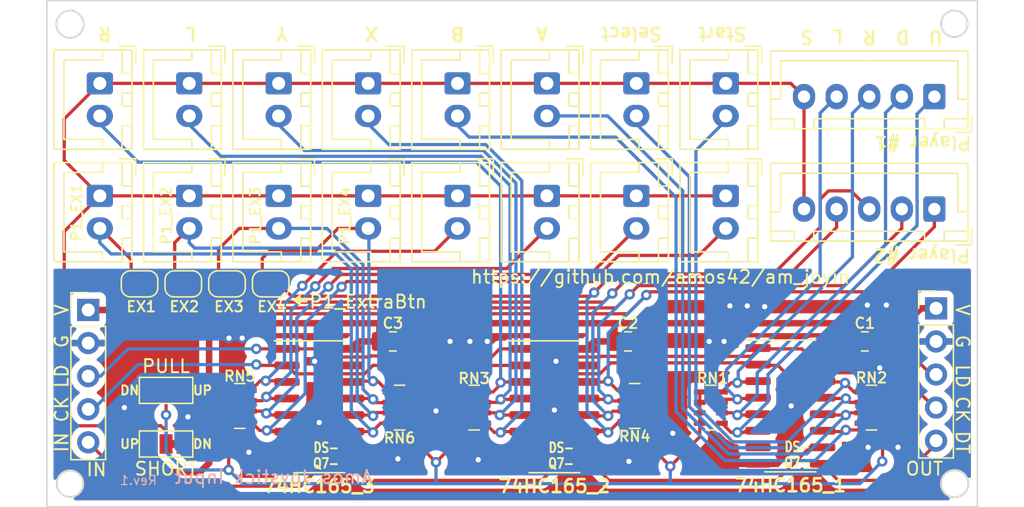
<source format=kicad_pcb>
(kicad_pcb (version 20221018) (generator pcbnew)
  (title_block (title "Joystick Input (JST Ver)") (rev "1") (company "Amos Home"))
  (layers (0 "F.Cu" signal) (31 "B.Cu" signal) (34 "B.Paste" user) (35 "F.Paste" user) (36 "B.SilkS" user "B.Silkscreen") (37 "F.SilkS" user "F.Silkscreen") (38 "B.Mask" user) (39 "F.Mask" user) (44 "Edge.Cuts" user))
  (net 0 "")
  (net 1 "/PULL")
  (net 2 "VCC")
  (net 3 "GND")
  (net 4 "/D_IN")
  (net 5 "/D_OUT")
  (net 6 "/LOAD")
  (net 7 "/CLK")
  (net 8 "/C_P1_START")
  (net 9 "/C_P1_SELECT")
  (net 10 "/C_P1_A")
  (net 11 "/C_P1_B")
  (net 12 "/C_P1_UP")
  (net 13 "/C_P1_DOWN")
  (net 14 "/C_P1_LEFT")
  (net 15 "/C_P1_RIGHT")
  (net 16 "/C_P1_X")
  (net 17 "/C_P1_Y")
  (net 18 "/C_P1_L")
  (net 19 "/C_P1_R")
  (net 20 "/C_P2_START")
  (net 21 "/C_P2_SELECT")
  (net 22 "/C_P2_A")
  (net 23 "/C_P2_B")
  (net 24 "/C_P2_UP")
  (net 25 "/C_P2_DOWN")
  (net 26 "/C_P2_LEFT")
  (net 27 "/C_P2_RIGHT")
  (net 28 "/C_P2_X")
  (net 29 "/C_P2_Y")
  (net 30 "/C_P2_L")
  (net 31 "/C_P2_R")
  (net 32 "/C_SHORT")
  (net 33 "/D_OUT_2")
  (net 34 "/D_OUT_3")
  (footprint "Connector_PinHeader_2.54mm:PinHeader_1x05_P2.54mm_Vertical" (layer "F.Cu") (at 185.1914 101.3968)
    (fp_text reference "OUT1" hide)
    (fp_text value "Conn_01x05_Male")
  )
  (footprint "Resistor_SMD:R_Array_Concave_4x0603" (layer "F.Cu") (at 180.2384 109.0168 180)
    (fp_text reference "RN2")
    (fp_text value "10K")
  )
  (footprint "Resistor_SMD:R_Array_Concave_4x0603" (layer "F.Cu") (at 167.9194 109.0168)
    (fp_text reference "RN1")
    (fp_text value "10K")
  )
  (footprint "Resistor_SMD:R_Array_Concave_4x0603" (layer "F.Cu") (at 162.0774 108.8898 180)
    (fp_text reference "RN4")
    (fp_text value "10K")
  )
  (footprint "Resistor_SMD:R_Array_Concave_4x0603" (layer "F.Cu") (at 131.7879 108.8898)
    (fp_text reference "RN5")
    (fp_text value "10K")
  )
  (footprint "Resistor_SMD:R_Array_Concave_4x0603" (layer "F.Cu") (at 144.0434 109.0168 180)
    (fp_text reference "RN6")
    (fp_text value "10K")
  )
  (footprint "Resistor_SMD:R_Array_Concave_4x0603" (layer "F.Cu") (at 149.7584 109.0168)
    (fp_text reference "RN3")
    (fp_text value "10K")
  )
  (footprint "Capacitor_SMD:C_0805_2012Metric_Pad1.18x1.45mm_HandSolder" (layer "F.Cu") (at 179.7304 103.9368)
    (fp_text reference "C1")
    (fp_text value "100nF")
  )
  (footprint "Package_SO:SOIC-16_3.9x9.9mm_P1.27mm" (layer "F.Cu") (at 174.0154 108.8898)
    (fp_text reference "74HC165_1")
    (fp_text value "74HC165")
  )
  (footprint "Package_SO:SOIC-16_3.9x9.9mm_P1.27mm" (layer "F.Cu") (at 155.9179 108.9533)
    (fp_text reference "74HC165_2")
    (fp_text value "74HC165")
  )
  (footprint "Package_SO:SOIC-16_3.9x9.9mm_P1.27mm" (layer "F.Cu") (at 137.8839 108.9533)
    (fp_text reference "74HC165_3")
    (fp_text value "74HC165")
  )
  (footprint "Capacitor_SMD:C_0805_2012Metric_Pad1.18x1.45mm_HandSolder" (layer "F.Cu") (at 161.5694 103.9368)
    (fp_text reference "C2")
    (fp_text value "100nF")
  )
  (footprint "Capacitor_SMD:C_0805_2012Metric_Pad1.18x1.45mm_HandSolder" (layer "F.Cu") (at 143.5354 103.9368)
    (fp_text reference "C3")
    (fp_text value "100nF")
  )
  (footprint "Connector_JST:JST_XH_B2B-XH-A_1x02_P2.50mm_Vertical" (layer "F.Cu") (at 169.0624 92.7608 -90)
    (fp_text reference "J22" hide)
    (fp_text value "Conn_01x02")
  )
  (footprint "Connector_JST:JST_XH_B2B-XH-A_1x02_P2.50mm_Vertical" (layer "F.Cu") (at 162.2044 92.7608 -90)
    (fp_text reference "J23" hide)
    (fp_text value "Conn_01x02")
  )
  (footprint "Connector_JST:JST_XH_B2B-XH-A_1x02_P2.50mm_Vertical" (layer "F.Cu") (at 155.3464 92.7608 -90)
    (fp_text reference "J24" hide)
    (fp_text value "Conn_01x02")
  )
  (footprint "Connector_JST:JST_XH_B2B-XH-A_1x02_P2.50mm_Vertical" (layer "F.Cu") (at 148.4884 92.7608 -90)
    (fp_text reference "J25" hide)
    (fp_text value "Conn_01x02")
  )
  (footprint "Connector_JST:JST_XH_B2B-XH-A_1x02_P2.50mm_Vertical" (layer "F.Cu") (at 141.6304 92.7608 -90)
    (fp_text reference "J26" hide)
    (fp_text value "Conn_01x02")
  )
  (footprint "Connector_JST:JST_XH_B2B-XH-A_1x02_P2.50mm_Vertical" (layer "F.Cu") (at 134.7724 92.7608 -90)
    (fp_text reference "J27" hide)
    (fp_text value "Conn_01x02")
  )
  (footprint "Connector_JST:JST_XH_B2B-XH-A_1x02_P2.50mm_Vertical" (layer "F.Cu") (at 127.9144 92.7608 -90)
    (fp_text reference "J28" hide)
    (fp_text value "Conn_01x02")
  )
  (footprint "Connector_JST:JST_XH_B2B-XH-A_1x02_P2.50mm_Vertical" (layer "F.Cu") (at 121.0564 92.7608 -90)
    (fp_text reference "J29" hide)
    (fp_text value "Conn_01x02")
  )
  (footprint "Connector_JST:JST_XH_B2B-XH-A_1x02_P2.50mm_Vertical" (layer "F.Cu") (at 141.6304 84.1248 -90)
    (fp_text reference "J16" hide)
    (fp_text value "Conn_01x02")
  )
  (footprint "Connector_JST:JST_XH_B2B-XH-A_1x02_P2.50mm_Vertical" (layer "F.Cu") (at 148.4884 84.1248 -90)
    (fp_text reference "J15" hide)
    (fp_text value "Conn_01x02")
  )
  (footprint "Connector_JST:JST_XH_B2B-XH-A_1x02_P2.50mm_Vertical" (layer "F.Cu") (at 155.3464 84.1248 -90)
    (fp_text reference "J14" hide)
    (fp_text value "Conn_01x02")
  )
  (footprint "Connector_JST:JST_XH_B2B-XH-A_1x02_P2.50mm_Vertical" (layer "F.Cu") (at 127.9144 84.1248 -90)
    (fp_text reference "J18" hide)
    (fp_text value "Conn_01x02")
  )
  (footprint "Connector_JST:JST_XH_B2B-XH-A_1x02_P2.50mm_Vertical" (layer "F.Cu") (at 121.0564 84.1248 -90)
    (fp_text reference "J19" hide)
    (fp_text value "Conn_01x02")
  )
  (footprint "Connector_JST:JST_XH_B2B-XH-A_1x02_P2.50mm_Vertical" (layer "F.Cu") (at 134.7724 84.1248 -90)
    (fp_text reference "J17" hide)
    (fp_text value "Conn_01x02")
  )
  (footprint "Connector_JST:JST_XH_B2B-XH-A_1x02_P2.50mm_Vertical" (layer "F.Cu") (at 162.2044 84.1248 -90)
    (fp_text reference "J13" hide)
    (fp_text value "Conn_01x02")
  )
  (footprint "Connector_JST:JST_XH_B5B-XH-A_1x05_P2.50mm_Vertical" (layer "F.Cu") (at 185.0644 85.1408 180)
    (fp_text reference "J11" hide)
    (fp_text value "Conn_01x05")
  )
  (footprint "Connector_JST:JST_XH_B2B-XH-A_1x02_P2.50mm_Vertical" (layer "F.Cu") (at 169.0624 84.1248 -90)
    (fp_text reference "J12" hide)
    (fp_text value "Conn_01x02")
  )
  (footprint "Connector_JST:JST_XH_B5B-XH-A_1x05_P2.50mm_Vertical" (layer "F.Cu") (at 185.0644 93.7768 180)
    (fp_text reference "J21" hide)
    (fp_text value "Conn_01x05")
  )
  (footprint "Connector_PinHeader_2.54mm:PinHeader_1x05_P2.54mm_Vertical" (layer "F.Cu") (at 120.1674 101.5238)
    (fp_text reference "IN1" hide)
    (fp_text value "Conn_01x05_Male")
  )
  (footprint "Jumper:SolderJumper-3_P1.3mm_Bridged12_Pad1.0x1.5mm_NumberLabels" (layer "F.Cu") (at 126.1364 111.8108 180)
    (fp_text reference "JP2" hide)
    (fp_text value "JUMPER")
  )
  (footprint "Jumper:SolderJumper-3_P1.3mm_Bridged12_Pad1.0x1.5mm_NumberLabels" (layer "F.Cu") (at 126.1364 107.696 180)
    (fp_text reference "JP1" hide)
    (fp_text value "JUMPER")
  )
  (footprint "Jumper:SolderJumper-2_P1.3mm_Bridged_RoundedPad1.0x1.5mm" (layer "F.Cu") (at 130.81 99.5172)
    (fp_text reference "JP5" hide)
    (fp_text value "Conn_01x02")
  )
  (footprint "Jumper:SolderJumper-2_P1.3mm_Bridged_RoundedPad1.0x1.5mm" (layer "F.Cu") (at 134.1628 99.5172)
    (fp_text reference "JP6" hide)
    (fp_text value "Conn_01x02")
  )
  (footprint "Jumper:SolderJumper-2_P1.3mm_Bridged_RoundedPad1.0x1.5mm" (layer "F.Cu") (at 127.4572 99.5172)
    (fp_text reference "JP4" hide)
    (fp_text value "Conn_01x02")
  )
  (footprint "Jumper:SolderJumper-2_P1.3mm_Bridged_RoundedPad1.0x1.5mm" (layer "F.Cu") (at 124.1044 99.5172)
    (fp_text reference "JP3" hide)
    (fp_text value "Conn_01x02")
  )
  (gr_poly (pts (xy 136.4234 100.6348) (xy 136.9314 100.6348) (xy 136.9314 100.8888) (xy 136.4234 100.8888) (xy 136.4234 101.1428) (xy 135.9154 100.7618) (xy 136.4234 100.3808)) (stroke (width 0.1)) (fill solid) (layer "F.SilkS"))
  (gr_line (start 116.9924 77.7748) (end 188.3664 77.7748) (stroke (width 0.1)) (layer "Edge.Cuts"))
  (gr_circle (center 118.7704 79.584069) (end 119.817669 79.584069) (stroke (width 0.15)) (fill none) (layer "Edge.Cuts"))
  (gr_circle (center 186.619669 114.8588) (end 187.666938 114.8588) (stroke (width 0.15)) (fill none) (layer "Edge.Cuts"))
  (gr_line (start 116.9924 116.6368) (end 116.9924 77.7748) (stroke (width 0.1)) (layer "Edge.Cuts"))
  (gr_line (start 188.3664 77.7748) (end 188.3664 116.6368) (stroke (width 0.1)) (layer "Edge.Cuts"))
  (gr_circle (center 118.7704 114.8588) (end 119.7864 114.8588) (stroke (width 0.15)) (fill none) (layer "Edge.Cuts"))
  (gr_circle (center 186.5884 79.5528) (end 187.6044 79.5528) (stroke (width 0.15)) (fill none) (layer "Edge.Cuts"))
  (gr_line (start 188.3664 116.6368) (end 116.9924 116.6368) (stroke (width 0.1)) (layer "Edge.Cuts"))
  (gr_text "Rev.1" (at 125.5014 114.6048) (layer "B.SilkS") (effects (font (size 0.7 0.7) (thickness 0.1)) (justify left mirror)))
  (gr_text "Amos Joystick Input" (at 134.3914 114.3508) (layer "B.SilkS") (effects (font (size 1 1)) (justify mirror)))
  (gr_text "A" (at 154.9654 80.3148 180) (layer "F.SilkS") (effects (font (size 1 1) (thickness 0.2))))
  (gr_text "R" (at 121.4374 80.3148 180) (layer "F.SilkS") (effects (font (size 1 1) (thickness 0.2))))
  (gr_text "U  D  R  L  S" (at 180.2384 80.5688 180) (layer "F.SilkS") (effects (font (size 1 1) (thickness 0.2))))
  (gr_text "Player #2" (at 187.9219 97.3328 180) (layer "F.SilkS") (effects (font (size 1 1) (thickness 0.2)) (justify left)))
  (gr_text "EX3" (at 130.9624 101.2698) (layer "F.SilkS") (effects (font (size 0.8 0.8))))
  (gr_text "EX4" (at 134.2644 101.2698) (layer "F.SilkS") (effects (font (size 0.8 0.8))))
  (gr_text "DT" (at 187.2234 111.6838 270) (layer "F.SilkS") (effects (font (size 1 1))))
  (gr_text "CK" (at 187.2234 109.1438 270) (layer "F.SilkS") (effects (font (size 1 1))))
  (gr_text "V" (at 187.2234 101.5238 270) (layer "F.SilkS") (effects (font (size 1 1))))
  (gr_text "LD" (at 187.2234 106.6038 270) (layer "F.SilkS") (effects (font (size 1 1))))
  (gr_text "G" (at 187.2234 103.9368 270) (layer "F.SilkS") (effects (font (size 1 1))))
  (gr_text "G" (at 118.1354 103.9368 90) (layer "F.SilkS") (effects (font (size 1 1))))
  (gr_text "LD" (at 118.1354 106.6038 90) (layer "F.SilkS") (effects (font (size 1 1))))
  (gr_text "V" (at 118.1354 101.5238 90) (layer "F.SilkS") (effects (font (size 1 1))))
  (gr_text "CK" (at 118.1354 109.1438 90) (layer "F.SilkS") (effects (font (size 1 1))))
  (gr_text "IN" (at 118.1354 111.6838 90) (layer "F.SilkS") (effects (font (size 1 1))))
  (gr_text "Player #1" (at 187.9854 88.6968 180) (layer "F.SilkS") (effects (font (size 1 1) (thickness 0.2)) (justify left)))
  (gr_text "DS-\nQ7-" (at 157.5054 112.6998) (layer "F.SilkS") (effects (font (size 0.75 0.6)) (justify right)))
  (gr_text "DS-\nQ7-" (at 175.6029 112.6363) (layer "F.SilkS") (effects (font (size 0.75 0.6)) (justify right)))
  (gr_text "P1_EX4" (at 139.8524 94.2848 90) (layer "F.SilkS") (effects (font (size 0.8 0.8))))
  (gr_text "P1_EX2" (at 126.1364 94.2848 90) (layer "F.SilkS") (effects (font (size 0.8 0.8))))
  (gr_text "Select" (at 161.8234 80.3148 180) (layer "F.SilkS") (effects (font (size 1 1) (thickness 0.2))))
  (gr_text "B" (at 148.4884 80.3148 180) (layer "F.SilkS") (effects (font (size 1 1) (thickness 0.2))))
  (gr_text "P1_ExtraBtn" (at 141.6304 100.8888) (layer "F.SilkS") (effects (font (size 1 1))))
  (gr_text "DS-\nQ7-" (at 139.4714 112.6998) (layer "F.SilkS") (effects (font (size 0.75 0.6)) (justify right)))
  (gr_text "P1_EX3" (at 132.9944 94.2848 90) (layer "F.SilkS") (effects (font (size 0.8 0.8))))
  (gr_text "EX1" (at 124.2314 101.2698) (layer "F.SilkS") (effects (font (size 0.8 0.8))))
  (gr_text "PULL" (at 126.1364 105.8418) (layer "F.SilkS") (effects (font (size 1 1))))
  (gr_text "X" (at 141.8844 80.3148 180) (layer "F.SilkS") (effects (font (size 1 1) (thickness 0.2))))
  (gr_text "https://github.com/amos42/am_joyin" (at 149.4282 99.568) (layer "F.SilkS") (effects (font (size 1 1)) (justify left bottom)))
  (gr_text "L" (at 128.0414 80.3148 180) (layer "F.SilkS") (effects (font (size 1 1) (thickness 0.2))))
  (gr_text "P1_EX1" (at 119.2784 94.0308 90) (layer "F.SilkS") (effects (font (size 0.8 0.8))))
  (gr_text "SHORT" (at 126.1364 113.7158) (layer "F.SilkS") (effects (font (size 1 1))))
  (gr_text "Start" (at 168.8084 80.3148 180) (layer "F.SilkS") (effects (font (size 1 1) (thickness 0.2))))
  (gr_text "EX2" (at 127.5334 101.2698) (layer "F.SilkS") (effects (font (size 0.8 0.8))))
  (gr_text "OUT" (at 184.3024 113.7158) (layer "F.SilkS") (effects (font (size 1 1))))
  (gr_text "IN" (at 120.8024 113.7793) (layer "F.SilkS") (effects (font (size 1 1))))
  (gr_text "Y" (at 135.0264 80.3148 180) (layer "F.SilkS") (effects (font (size 1 1) (thickness 0.2))))
  (segment (start 126.1364 109.5756) (end 126.1364 107.7468) (width 0.25) (layer "F.Cu") (net 1))
  (segment (start 148.9084 110.2168) (end 148.9084 111.1368) (width 0.25) (layer "F.Cu") (net 1))
  (segment (start 162.9274 107.6898) (end 162.9274 111.644798) (width 0.25) (layer "F.Cu") (net 1))
  (segment (start 148.9084 110.2168) (end 148.9084 107.8168) (width 0.25) (layer "F.Cu") (net 1))
  (segment (start 144.8934 111.263798) (end 146.837401 113.207799) (width 0.25) (layer "F.Cu") (net 1))
  (segment (start 167.0694 111.263782) (end 164.807892 113.52529) (width 0.25) (layer "F.Cu") (net 1))
  (segment (start 181.0884 107.8168) (end 181.0884 113.119785) (width 0.25) (layer "F.Cu") (net 1))
  (segment (start 130.9379 107.6898) (end 130.9379 113.803788) (width 0.25) (layer "F.Cu") (net 1))
  (segment (start 148.9084 111.1368) (end 146.837401 113.207799) (width 0.25) (layer "F.Cu") (net 1))
  (segment (start 144.8934 107.8168) (end 144.8934 111.263798) (width 0.25) (layer "F.Cu") (net 1))
  (segment (start 181.0884 113.119785) (end 181.063894 113.144291) (width 0.25) (layer "F.Cu") (net 1))
  (segment (start 130.9379 113.803788) (end 130.937906 113.803794) (width 0.25) (layer "F.Cu") (net 1))
  (segment (start 162.9274 111.644798) (end 164.807892 113.52529) (width 0.25) (layer "F.Cu") (net 1))
  (segment (start 167.0694 110.2168) (end 167.0694 107.8168) (width 0.25) (layer "F.Cu") (net 1))
  (segment (start 167.0694 110.2168) (end 167.0694 111.263782) (width 0.25) (layer "F.Cu") (net 1))
  (via (at 126.1364 109.5756) (size 0.8) (drill 0.4) (layers "F.Cu" "B.Cu") (net 1))
  (via (at 181.063894 113.144291) (size 0.8) (drill 0.4) (layers "F.Cu" "B.Cu") (net 1))
  (via (at 130.937906 113.803794) (size 0.8) (drill 0.4) (layers "F.Cu" "B.Cu") (net 1))
  (via (at 146.837401 113.207799) (size 0.8) (drill 0.4) (layers "F.Cu" "B.Cu") (net 1))
  (via (at 164.807892 113.52529) (size 0.8) (drill 0.4) (layers "F.Cu" "B.Cu") (net 1))
  (segment (start 171.6024 114.8588) (end 164.8714 114.8588) (width 0.25) (layer "B.Cu") (net 1))
  (segment (start 146.8374 113.2078) (end 146.837401 113.207799) (width 0.25) (layer "B.Cu") (net 1))
  (segment (start 179.349385 114.8588) (end 181.063894 113.144291) (width 0.25) (layer "B.Cu") (net 1))
  (segment (start 126.1364 109.5756) (end 126.1364 112.4458) (width 0.25) (layer "B.Cu") (net 1))
  (segment (start 131.992912 114.8588) (end 130.937906 113.803794) (width 0.25) (layer "B.Cu") (net 1))
  (segment (start 127.494394 113.803794) (end 130.937906 113.803794) (width 0.25) (layer "B.Cu") (net 1))
  (segment (start 171.6024 114.8588) (end 131.992912 114.8588) (width 0.25) (layer "B.Cu") (net 1))
  (segment (start 126.1364 112.4458) (end 127.494394 113.803794) (width 0.25) (layer "B.Cu") (net 1))
  (segment (start 171.6024 114.8588) (end 179.349385 114.8588) (width 0.25) (layer "B.Cu") (net 1))
  (segment (start 146.8374 114.8588) (end 146.8374 113.2078) (width 0.25) (layer "B.Cu") (net 1))
  (segment (start 164.807892 114.795292) (end 164.807892 113.52529) (width 0.25) (layer "B.Cu") (net 1))
  (segment (start 164.8714 114.8588) (end 164.807892 114.795292) (width 0.25) (layer "B.Cu") (net 1))
  (segment (start 124.8364 113.0608) (end 125.7454 113.9698) (width 0.5) (layer "F.Cu") (net 2))
  (segment (start 129.4384 113.2713) (end 129.4384 107.7468) (width 0.5) (layer "F.Cu") (net 2))
  (segment (start 178.7144 102.5398) (end 182.9054 102.5398) (width 0.5) (layer "F.Cu") (net 2))
  (segment (start 142.4979 103.9368) (end 142.4979 102.5818) (width 0.5) (layer "F.Cu") (net 2))
  (segment (start 140.3589 104.4463) (end 140.8684 103.9368) (width 0.5) (layer "F.Cu") (net 2))
  (segment (start 129.3241 107.696) (end 129.3749 107.7468) (width 0.5) (layer "F.Cu") (net 2))
  (segment (start 178.6929 102.6883) (end 178.7144 102.6668) (width 0.5) (layer "F.Cu") (net 2))
  (segment (start 140.8684 103.9368) (end 142.4979 103.9368) (width 0.5) (layer "F.Cu") (net 2))
  (segment (start 178.6929 103.9368) (end 177.1254 103.9368) (width 0.5) (layer "F.Cu") (net 2))
  (segment (start 128.7399 113.9698) (end 129.4384 113.2713) (width 0.5) (layer "F.Cu") (net 2))
  (segment (start 177.1254 103.9368) (end 176.5539 104.5083) (width 0.5) (layer "F.Cu") (net 2))
  (segment (start 158.9644 103.9368) (end 160.5319 103.9368) (width 0.5) (layer "F.Cu") (net 2))
  (segment (start 176.4777 104.5083) (end 176.5539 104.5083) (width 0.5) (layer "F.Cu") (net 2))
  (segment (start 178.7144 102.6668) (end 178.7144 102.5398) (width 0.5) (layer "F.Cu") (net 2))
  (segment (start 120.1674 101.5238) (end 121.9454 101.5238) (width 0.5) (layer "F.Cu") (net 2))
  (segment (start 125.7454 113.9698) (end 128.7399 113.9698) (width 0.5) (layer "F.Cu") (net 2))
  (segment (start 124.8364 111.8108) (end 124.8364 113.0608) (width 0.5) (layer "F.Cu") (net 2))
  (segment (start 184.0484 101.3968) (end 185.1914 101.3968) (width 0.5) (layer "F.Cu") (net 2))
  (segment (start 182.9054 102.5398) (end 184.0484 101.3968) (width 0.5) (layer "F.Cu") (net 2))
  (segment (start 142.4979 102.5818) (end 142.4559 102.5398) (width 0.5) (layer "F.Cu") (net 2))
  (segment (start 160.5319 102.5613) (end 160.5319 103.9368) (width 0.5) (layer "F.Cu") (net 2))
  (segment (start 160.5534 102.5398) (end 160.5319 102.5613) (width 0.5) (layer "F.Cu") (net 2))
  (segment (start 129.4384 107.6833) (end 129.4384 102.5398) (width 0.5) (layer "F.Cu") (net 2))
  (segment (start 129.3749 107.7468) (end 129.4384 107.6833) (width 0.5) (layer "F.Cu") (net 2))
  (segment (start 158.3929 104.5083) (end 158.9644 103.9368) (width 0.5) (layer "F.Cu") (net 2))
  (segment (start 121.9454 101.5238) (end 122.9614 102.5398) (width 0.5) (layer "F.Cu") (net 2))
  (segment (start 122.9614 102.5398) (end 182.9054 102.5398) (width 0.5) (layer "F.Cu") (net 2))
  (segment (start 127.4364 107.696) (end 129.3241 107.696) (width 0.5) (layer "F.Cu") (net 2))
  (segment (start 140.3589 104.5083) (end 140.3589 104.4463) (width 0.5) (layer "F.Cu") (net 2))
  (segment (start 178.6929 103.9368) (end 178.6929 102.6883) (width 0.5) (layer "F.Cu") (net 2))
  (segment (start 129.4384 107.7468) (end 129.3749 107.7468) (width 0.5) (layer "F.Cu") (net 2))
  (segment (start 180.6194 105.7148) (end 180.8734 105.9688) (width 0.5) (layer "F.Cu") (net 3))
  (segment (start 137.84691 105.7783) (end 137.52941 105.4608) (width 0.5) (layer "F.Cu") (net 3))
  (segment (start 158.3929 105.7783) (end 156.3624 105.7783) (width 0.5) (layer "F.Cu") (net 3))
  (segment (start 176.4904 105.7148) (end 180.6194 105.7148) (width 0.5) (layer "F.Cu") (net 3))
  (segment (start 140.3589 105.7783) (end 137.84691 105.7783) (width 0.5) (layer "F.Cu") (net 3))
  (segment (start 156.3624 105.7783) (end 156.0449 105.4608) (width 0.5) (layer "F.Cu") (net 3))
  (via (at 179.9209 101.1428) (size 0.8) (drill 0.4) (layers "F.Cu" "B.Cu") (net 3))
  (via (at 161.6329 113.1443) (size 0.8) (drill 0.4) (layers "F.Cu" "B.Cu") (net 3))
  (via (at 150.7744 103.9368) (size 0.8) (drill 0.4) (layers "F.Cu" "B.Cu") (net 3))
  (via (at 131.9784 103.6828) (size 0.8) (drill 0.4) (layers "F.Cu" "B.Cu") (net 3))
  (via (at 167.7924 103.9368) (size 0.8) (drill 0.4) (layers "F.Cu" "B.Cu") (net 3))
  (via (at 174.0789 108.8898) (size 0.8) (drill 0.4) (layers "F.Cu" "B.Cu") (net 3))
  (via (at 156.0449 105.4608) (size 0.8) (drill 0.4) (layers "F.Cu" "B.Cu") (net 3))
  (via (at 155.9179 109.2073) (size 0.8) (drill 0.4) (layers "F.Cu" "B.Cu") (net 3))
  (via (at 146.8374 109.2708) (size 0.8) (drill 0.4) (layers "F.Cu" "B.Cu") (net 3))
  (via (at 172.0469 101.2698) (size 0.8) (drill 0.4) (layers "F.Cu" "B.Cu") (net 3))
  (via (at 168.9354 103.9368) (size 0.8) (drill 0.4) (layers "F.Cu" "B.Cu") (net 3))
  (via (at 169.3799 101.2063) (size 0.8) (drill 0.4) (layers "F.Cu" "B.Cu") (net 3))
  (via (at 143.9164 112.9538) (size 0.8) (drill 0.4) (layers "F.Cu" "B.Cu") (net 3))
  (via (at 132.4864 112.4458) (size 0.8) (drill 0.4) (layers "F.Cu" "B.Cu") (net 3))
  (via (at 150.0759 113.0173) (size 0.8) (drill 0.4) (layers "F.Cu" "B.Cu") (net 3))
  (via (at 180.8734 105.9688) (size 0.8) (drill 0.4) (layers "F.Cu" "B.Cu") (net 3))
  (via (at 182.2704 112.0648) (size 0.8) (drill 0.4) (layers "F.Cu" "B.Cu") (net 3))
  (via (at 127.8128 109.728) (size 0.8) (drill 0.4) (layers "F.Cu" "B.Cu") (net 3))
  (via (at 130.9624 103.6828) (size 0.8) (drill 0.4) (layers "F.Cu" "B.Cu") (net 3))
  (via (at 147.9169 103.9368) (size 0.8) (drill 0.4) (layers "F.Cu" "B.Cu") (net 3))
  (via (at 122.936 109.0168) (size 0.8) (drill 0.4) (layers "F.Cu" "B.Cu") (net 3))
  (via (at 164.9984 110.9853) (size 0.8) (drill 0.4) (layers "F.Cu" "B.Cu") (net 3))
  (via (at 170.7134 101.2063) (size 0.8) (drill 0.4) (layers "F.Cu" "B.Cu") (net 3))
  (via (at 137.8839 110.1598) (size 0.8) (drill 0.4) (layers "F.Cu" "B.Cu") (net 3))
  (via (at 149.4409 103.9368) (size 0.8) (drill 0.4) (layers "F.Cu" "B.Cu") (net 3))
  (via (at 137.52941 105.4608) (size 0.8) (drill 0.4) (layers "F.Cu" "B.Cu") (net 3))
  (via (at 181.3814 101.1428) (size 0.8) (drill 0.4) (layers "F.Cu" "B.Cu") (net 3))
  (via (at 179.9844 112.0648) (size 0.8) (drill 0.4) (layers "F.Cu" "B.Cu") (net 3))
  (segment (start 120.1674 111.6838) (end 123.5329 115.0493) (width 0.25) (layer "F.Cu") (net 4))
  (segment (start 139.3839 112.1283) (end 140.3589 112.1283) (width 0.25) (layer "F.Cu") (net 4))
  (segment (start 123.5329 115.0493) (end 136.4629 115.0493) (width 0.25) (layer "F.Cu") (net 4))
  (segment (start 136.4629 115.0493) (end 139.3839 112.1283) (width 0.25) (layer "F.Cu") (net 4))
  (segment (start 182.3974 114.6048) (end 185.1914 111.8108) (width 0.25) (layer "F.Cu") (net 5))
  (segment (start 177.6842 114.6048) (end 182.3974 114.6048) (width 0.25) (layer "F.Cu") (net 5))
  (segment (start 185.1914 111.8108) (end 185.1914 111.5568) (width 0.25) (layer "F.Cu") (net 5))
  (segment (start 176.2872 113.2078) (end 177.6842 114.6048) (width 0.25) (layer "F.Cu") (net 5))
  (segment (start 171.0324 105.0798) (end 171.6039 104.5083) (width 0.25) (layer "F.Cu") (net 6))
  (segment (start 141.772475 105.13331) (end 141.857998 105.047787) (width 0.25) (layer "F.Cu") (net 6))
  (segment (start 157.371142 105.13331) (end 159.414658 105.13331) (width 0.25) (layer "F.Cu") (net 6))
  (segment (start 152.3619 104.5083) (end 153.4429 104.5083) (width 0.25) (layer "F.Cu") (net 6))
  (segment (start 184.8104 106.4768) (end 185.1914 106.4768) (width 0.25) (layer "F.Cu") (net 6))
  (segment (start 174.907132 104.5083) (end 175.482142 105.08331) (width 0.25) (layer "F.Cu") (net 6))
  (segment (start 157.1244 105.0798) (end 157.317632 105.0798) (width 0.25) (layer "F.Cu") (net 6))
  (segment (start 159.414658 105.13331) (end 159.468168 105.0798) (width 0.25) (layer "F.Cu") (net 6))
  (segment (start 143.266325 105.13331) (end 151.10189 105.13331) (width 0.25) (layer "F.Cu") (net 6))
  (segment (start 139.14391 105.13331) (end 141.772475 105.13331) (width 0.25) (layer "F.Cu") (net 6))
  (segment (start 135.4089 104.5083) (end 138.5189 104.5083) (width 0.25) (layer "F.Cu") (net 6))
  (segment (start 138.5189 104.5083) (end 139.14391 105.13331) (width 0.25) (layer "F.Cu") (net 6))
  (segment (start 151.7269 104.5083) (end 152.3619 104.5083) (width 0.25) (layer "F.Cu") (net 6))
  (segment (start 151.10189 105.13331) (end 151.7269 104.5083) (width 0.25) (layer "F.Cu") (net 6))
  (segment (start 183.41691 105.08331) (end 184.8104 106.4768) (width 0.25) (layer "F.Cu") (net 6))
  (segment (start 175.482142 105.08331) (end 183.41691 105.08331) (width 0.25) (layer "F.Cu") (net 6))
  (segment (start 135.4089 104.5083) (end 133.0579 104.5083) (width 0.25) (layer "F.Cu") (net 6))
  (segment (start 157.317632 105.0798) (end 157.371142 105.13331) (width 0.25) (layer "F.Cu") (net 6))
  (segment (start 143.180802 105.047787) (end 143.266325 105.13331) (width 0.25) (layer "F.Cu") (net 6))
  (segment (start 153.4429 104.5083) (end 156.5529 104.5083) (width 0.25) (layer "F.Cu") (net 6))
  (segment (start 141.857998 105.047787) (end 143.180802 105.047787) (width 0.25) (layer "F.Cu") (net 6))
  (segment (start 171.6039 104.5083) (end 174.907132 104.5083) (width 0.25) (layer "F.Cu") (net 6))
  (segment (start 156.5529 104.5083) (end 157.1244 105.0798) (width 0.25) (layer "F.Cu") (net 6))
  (segment (start 159.468168 105.0798) (end 171.0324 105.0798) (width 0.25) (layer "F.Cu") (net 6))
  (via (at 133.0579 104.5083) (size 0.8) (drill 0.4) (layers "F.Cu" "B.Cu") (net 6))
  (segment (start 133.0579 104.5083) (end 123.208902 104.5083) (width 0.25) (layer "B.Cu") (net 6))
  (segment (start 121.113402 106.6038) (end 120.1674 106.6038) (width 0.25) (layer "B.Cu") (net 6))
  (segment (start 123.208902 104.5083) (end 121.113402 106.6038) (width 0.25) (layer "B.Cu") (net 6))
  (segment (start 133.1214 105.7783) (end 133.0579 105.7148) (width 0.25) (layer "F.Cu") (net 7))
  (segment (start 154.686 105.6894) (end 155.41989 106.42329) (width 0.25) (layer "F.Cu") (net 7))
  (segment (start 179.310908 106.33981) (end 179.765398 106.7943) (width 0.25) (layer "F.Cu") (net 7))
  (segment (start 135.4089 105.7783) (end 133.1214 105.7783) (width 0.25) (layer "F.Cu") (net 7))
  (segment (start 153.354 105.6894) (end 154.686 105.6894) (width 0.25) (layer "F.Cu") (net 7))
  (segment (start 179.765398 106.7943) (end 182.8419 106.7943) (width 0.25) (layer "F.Cu") (net 7))
  (segment (start 173.62441 106.33981) (end 179.310908 106.33981) (width 0.25) (layer "F.Cu") (net 7))
  (segment (start 141.360678 106.42329) (end 136.05389 106.42329) (width 0.25) (layer "F.Cu") (net 7))
  (segment (start 171.408921 105.583321) (end 171.6039 105.7783) (width 0.25) (layer "F.Cu") (net 7))
  (segment (start 153.4429 105.7783) (end 142.005668 105.7783) (width 0.25) (layer "F.Cu") (net 7))
  (segment (start 182.8419 106.7943) (end 185.0644 109.0168) (width 0.25) (layer "F.Cu") (net 7))
  (segment (start 173.0629 105.7783) (end 173.62441 106.33981) (width 0.25) (layer "F.Cu") (net 7))
  (segment (start 142.005668 105.7783) (end 141.360678 106.42329) (width 0.25) (layer "F.Cu") (net 7))
  (segment (start 136.05389 106.42329) (end 135.4089 105.7783) (width 0.25) (layer "F.Cu") (net 7))
  (segment (start 185.0644 109.0168) (end 185.1914 109.0168) (width 0.25) (layer "F.Cu") (net 7))
  (segment (start 171.6039 105.7783) (end 173.0629 105.7783) (width 0.25) (layer "F.Cu") (net 7))
  (segment (start 160.254627 105.583321) (end 171.408921 105.583321) (width 0.25) (layer "F.Cu") (net 7))
  (segment (start 155.41989 106.42329) (end 159.414658 106.42329) (width 0.25) (layer "F.Cu") (net 7))
  (segment (start 159.414658 106.42329) (end 160.254627 105.583321) (width 0.25) (layer "F.Cu") (net 7))
  (via (at 133.0579 105.7148) (size 0.8) (drill 0.4) (layers "F.Cu" "B.Cu") (net 7))
  (segment (start 120.1674 109.1438) (end 120.5484 109.1438) (width 0.25) (layer "B.Cu") (net 7))
  (segment (start 120.5484 109.1438) (end 123.9774 105.7148) (width 0.25) (layer "B.Cu") (net 7))
  (segment (start 123.9774 105.7148) (end 133.0579 105.7148) (width 0.25) (layer "B.Cu") (net 7))
  (segment (start 178.12639 107.0483) (end 178.2064 107.12831) (width 0.25) (layer "F.Cu") (net 8))
  (segment (start 178.2064 107.12831) (end 178.20638 107.12831) (width 0.25) (layer "F.Cu") (net 8))
  (segment (start 178.2064 107.12831) (end 178.89489 107.8168) (width 0.25) (layer "F.Cu") (net 8))
  (segment (start 178.89489 107.8168) (end 179.3884 107.8168) (width 0.25) (layer "F.Cu") (net 8))
  (segment (start 176.5539 107.0483) (end 178.12639 107.0483) (width 0.25) (layer "F.Cu") (net 8))
  (via (at 178.20638 107.12831) (size 0.8) (drill 0.4) (layers "F.Cu" "B.Cu") (net 8))
  (segment (start 166.7764 108.819804) (end 166.7764 89.2683) (width 0.25) (layer "B.Cu") (net 8))
  (segment (start 178.20638 107.12831) (end 178.20638 107.23882) (width 0.25) (layer "B.Cu") (net 8))
  (segment (start 169.603397 111.646801) (end 166.7764 108.819804) (width 0.25) (layer "B.Cu") (net 8))
  (segment (start 169.0624 86.9823) (end 169.0624 86.6248) (width 0.25) (layer "B.Cu") (net 8))
  (segment (start 166.7764 89.2683) (end 169.0624 86.9823) (width 0.25) (layer "B.Cu") (net 8))
  (segment (start 173.798399 111.646801) (end 169.603397 111.646801) (width 0.25) (layer "B.Cu") (net 8))
  (segment (start 178.20638 107.23882) (end 173.798399 111.646801) (width 0.25) (layer "B.Cu") (net 8))
  (segment (start 176.5539 108.3183) (end 178.088714 108.3183) (width 0.25) (layer "F.Cu") (net 9))
  (segment (start 178.5684 108.6168) (end 178.2699 108.3183) (width 0.25) (layer "F.Cu") (net 9))
  (segment (start 179.3884 108.6168) (end 178.5684 108.6168) (width 0.25) (layer "F.Cu") (net 9))
  (segment (start 178.088714 108.3183) (end 178.2699 108.3183) (width 0.25) (layer "F.Cu") (net 9))
  (via (at 178.2699 108.3183) (size 0.8) (drill 0.4) (layers "F.Cu" "B.Cu") (net 9))
  (segment (start 178.2699 108.3183) (end 174.491389 112.096811) (width 0.25) (layer "B.Cu") (net 9))
  (segment (start 166.2684 108.948214) (end 166.2684 91.3003) (width 0.25) (layer "B.Cu") (net 9))
  (segment (start 166.2684 91.3003) (end 162.2044 87.2363) (width 0.25) (layer "B.Cu") (net 9))
  (segment (start 162.2044 87.2363) (end 162.2044 86.6248) (width 0.25) (layer "B.Cu") (net 9))
  (segment (start 174.491389 112.096811) (end 169.416996 112.09681) (width 0.25) (layer "B.Cu") (net 9))
  (segment (start 169.416996 112.09681) (end 166.2684 108.948214) (width 0.25) (layer "B.Cu") (net 9))
  (segment (start 179.3884 109.4168) (end 178.441416 109.4168) (width 0.25) (layer "F.Cu") (net 10))
  (segment (start 178.26989 109.5883) (end 178.269903 109.588313) (width 0.25) (layer "F.Cu") (net 10))
  (segment (start 176.5539 109.5883) (end 178.26989 109.5883) (width 0.25) (layer "F.Cu") (net 10))
  (segment (start 178.441416 109.4168) (end 178.269903 109.588313) (width 0.25) (layer "F.Cu") (net 10))
  (via (at 178.269903 109.588313) (size 0.8) (drill 0.4) (layers "F.Cu" "B.Cu") (net 10))
  (segment (start 165.7604 92.3798) (end 165.7604 109.076624) (width 0.25) (layer "B.Cu") (net 10))
  (segment (start 165.7604 109.076624) (end 169.256576 112.5728) (width 0.25) (layer "B.Cu") (net 10))
  (segment (start 160.0054 86.6248) (end 165.7604 92.3798) (width 0.25) (layer "B.Cu") (net 10))
  (segment (start 169.256576 112.5728) (end 175.285416 112.5728) (width 0.25) (layer "B.Cu") (net 10))
  (segment (start 175.285416 112.5728) (end 178.269903 109.588313) (width 0.25) (layer "B.Cu") (net 10))
  (segment (start 155.3464 86.6248) (end 160.0054 86.6248) (width 0.25) (layer "B.Cu") (net 10))
  (segment (start 178.1429 110.8583) (end 178.2699 110.7313) (width 0.25) (layer "F.Cu") (net 11))
  (segment (start 176.5539 110.8583) (end 178.1429 110.8583) (width 0.25) (layer "F.Cu") (net 11))
  (segment (start 179.3884 110.6668) (end 179.3239 110.7313) (width 0.25) (layer "F.Cu") (net 11))
  (segment (start 179.3884 110.2168) (end 179.3884 110.6668) (width 0.25) (layer "F.Cu") (net 11))
  (segment (start 179.3239 110.7313) (end 178.2699 110.7313) (width 0.25) (layer "F.Cu") (net 11))
  (via (at 178.2699 110.7313) (size 0.8) (drill 0.4) (layers "F.Cu" "B.Cu") (net 11))
  (segment (start 165.2524 92.8878) (end 165.2524 109.3343) (width 0.25) (layer "B.Cu") (net 11))
  (segment (start 168.9989 113.0808) (end 175.9204 113.0808) (width 0.25) (layer "B.Cu") (net 11))
  (segment (start 148.4884 86.6248) (end 148.4884 87.3633) (width 0.25) (layer "B.Cu") (net 11))
  (segment (start 175.9204 113.0808) (end 178.2699 110.7313) (width 0.25) (layer "B.Cu") (net 11))
  (segment (start 160.6169 88.2523) (end 165.2524 92.8878) (width 0.25) (layer "B.Cu") (net 11))
  (segment (start 148.4884 87.3633) (end 149.3774 88.2523) (width 0.25) (layer "B.Cu") (net 11))
  (segment (start 149.3774 88.2523) (end 160.6169 88.2523) (width 0.25) (layer "B.Cu") (net 11))
  (segment (start 165.2524 109.3343) (end 168.9989 113.0808) (width 0.25) (layer "B.Cu") (net 11))
  (segment (start 169.9514 110.9218) (end 169.4744 110.9218) (width 0.25) (layer "F.Cu") (net 12))
  (segment (start 169.4744 110.9218) (end 168.7694 110.2168) (width 0.25) (layer "F.Cu") (net 12))
  (segment (start 170.522896 110.8583) (end 171.6039 110.8583) (width 0.25) (layer "F.Cu") (net 12))
  (segment (start 169.9514 110.9218) (end 170.459396 110.9218) (width 0.25) (layer "F.Cu") (net 12))
  (segment (start 170.459396 110.9218) (end 170.522896 110.8583) (width 0.25) (layer "F.Cu") (net 12))
  (via (at 169.9514 110.9218) (size 0.8) (drill 0.4) (layers "F.Cu" "B.Cu") (net 12))
  (segment (start 183.7309 94.778015) (end 183.73941 94.769505) (width 0.25) (layer "B.Cu") (net 12))
  (segment (start 172.3009 108.5723) (end 172.3009 106.4768) (width 0.25) (layer "B.Cu") (net 12))
  (segment (start 169.9514 110.9218) (end 172.3009 108.5723) (width 0.25) (layer "B.Cu") (net 12))
  (segment (start 183.73941 93.165095) (end 183.7309 93.156585) (width 0.25) (layer "B.Cu") (net 12))
  (segment (start 183.7309 95.0468) (end 183.7309 94.778015) (width 0.25) (layer "B.Cu") (net 12))
  (segment (start 183.7309 93.156585) (end 183.7309 86.4743) (width 0.25) (layer "B.Cu") (net 12))
  (segment (start 172.3009 106.4768) (end 183.7309 95.0468) (width 0.25) (layer "B.Cu") (net 12))
  (segment (start 183.7309 86.4743) (end 185.0644 85.1408) (width 0.25) (layer "B.Cu") (net 12))
  (segment (start 183.73941 94.769505) (end 183.73941 93.165095) (width 0.25) (layer "B.Cu") (net 12))
  (segment (start 171.6039 109.5883) (end 169.9514 109.5883) (width 0.25) (layer "F.Cu") (net 13))
  (segment (start 169.7799 109.4168) (end 169.9514 109.5883) (width 0.25) (layer "F.Cu") (net 13))
  (segment (start 168.7694 109.4168) (end 169.7799 109.4168) (width 0.25) (layer "F.Cu") (net 13))
  (via (at 169.9514 109.5883) (size 0.8) (drill 0.4) (layers "F.Cu" "B.Cu") (net 13))
  (segment (start 181.3179 86.3873) (end 181.3179 96.5073) (width 0.25) (layer "B.Cu") (net 13))
  (segment (start 171.4754 106.3498) (end 171.4754 108.0643) (width 0.25) (layer "B.Cu") (net 13))
  (segment (start 182.5644 85.1408) (end 181.3179 86.3873) (width 0.25) (layer "B.Cu") (net 13))
  (segment (start 171.4754 108.0643) (end 169.9514 109.5883) (width 0.25) (layer "B.Cu") (net 13))
  (segment (start 181.3179 96.5073) (end 171.4754 106.3498) (width 0.25) (layer "B.Cu") (net 13))
  (segment (start 170.2689 108.3183) (end 171.6039 108.3183) (width 0.25) (layer "F.Cu") (net 14))
  (segment (start 169.9514 108.3818) (end 169.0044 108.3818) (width 0.25) (layer "F.Cu") (net 14))
  (segment (start 170.2054 108.3818) (end 170.2689 108.3183) (width 0.25) (layer "F.Cu") (net 14))
  (segment (start 169.0044 108.3818) (end 168.7694 108.6168) (width 0.25) (layer "F.Cu") (net 14))
  (segment (start 169.9514 108.3818) (end 170.2054 108.3818) (width 0.25) (layer "F.Cu") (net 14))
  (via (at 169.9514 108.3818) (size 0.8) (drill 0.4) (layers "F.Cu" "B.Cu") (net 14))
  (segment (start 176.3014 86.4038) (end 176.3014 98.9203) (width 0.25) (layer "B.Cu") (net 14))
  (segment (start 177.5644 85.1408) (end 176.3014 86.4038) (width 0.25) (layer "B.Cu") (net 14))
  (segment (start 169.1259 106.0958) (end 169.1259 107.5563) (width 0.25) (layer "B.Cu") (net 14))
  (segment (start 176.3014 98.9203) (end 169.1259 106.0958) (width 0.25) (layer "B.Cu") (net 14))
  (segment (start 169.1259 107.5563) (end 169.9514 108.3818) (width 0.25) (layer "B.Cu") (net 14))
  (segment (start 169.4744 107.1118) (end 168.7694 107.8168) (width 0.25) (layer "F.Cu") (net 15))
  (segment (start 169.96072 107.1118) (end 170.02422 107.0483) (width 0.25) (layer "F.Cu") (net 15))
  (segment (start 169.9514 107.1118) (end 169.4744 107.1118) (width 0.25) (layer "F.Cu") (net 15))
  (segment (start 170.02422 107.0483) (end 171.6039 107.0483) (width 0.25) (layer "F.Cu") (net 15))
  (segment (start 169.9514 107.1118) (end 169.96072 107.1118) (width 0.25) (layer "F.Cu") (net 15))
  (via (at 169.9514 107.1118) (size 0.8) (drill 0.4) (layers "F.Cu" "B.Cu") (net 15))
  (segment (start 178.7779 97.4598) (end 178.7779 86.4273) (width 0.25) (layer "B.Cu") (net 15))
  (segment (start 170.0149 107.0483) (end 170.0149 106.2228) (width 0.25) (layer "B.Cu") (net 15))
  (segment (start 178.7779 86.4273) (end 180.0644 85.1408) (width 0.25) (layer "B.Cu") (net 15))
  (segment (start 169.9514 107.1118) (end 170.0149 107.0483) (width 0.25) (layer "B.Cu") (net 15))
  (segment (start 170.0149 106.2228) (end 178.7779 97.4598) (width 0.25) (layer "B.Cu") (net 15))
  (segment (start 151.8539 110.8583) (end 151.7904 110.9218) (width 0.25) (layer "F.Cu") (net 16))
  (segment (start 151.7904 110.9218) (end 151.3134 110.9218) (width 0.25) (layer "F.Cu") (net 16))
  (segment (start 151.3134 110.9218) (end 150.6084 110.2168) (width 0.25) (layer "F.Cu") (net 16))
  (segment (start 153.4429 110.8583) (end 151.8539 110.8583) (width 0.25) (layer "F.Cu") (net 16))
  (via (at 151.7904 110.9218) (size 0.8) (drill 0.4) (layers "F.Cu" "B.Cu") (net 16))
  (segment (start 150.650222 88.8238) (end 143.2179 88.8238) (width 0.25) (layer "B.Cu") (net 16))
  (segment (start 141.6304 87.2363) (end 141.6304 86.6248) (width 0.25) (layer "B.Cu") (net 16))
  (segment (start 153.420083 91.593661) (end 150.650222 88.8238) (width 0.25) (layer "B.Cu") (net 16))
  (segment (start 143.2179 88.8238) (end 141.6304 87.2363) (width 0.25) (layer "B.Cu") (net 16))
  (segment (start 151.7904 110.9218) (end 153.420083 109.292117) (width 0.25) (layer "B.Cu") (net 16))
  (segment (start 153.420083 109.292117) (end 153.420083 91.593661) (width 0.25) (layer "B.Cu") (net 16))
  (segment (start 151.555406 109.4168) (end 151.726906 109.5883) (width 0.25) (layer "F.Cu") (net 17))
  (segment (start 150.6084 109.4168) (end 151.555406 109.4168) (width 0.25) (layer "F.Cu") (net 17))
  (segment (start 153.4429 109.5883) (end 151.726906 109.5883) (width 0.25) (layer "F.Cu") (net 17))
  (via (at 151.726906 109.5883) (size 0.8) (drill 0.4) (layers "F.Cu" "B.Cu") (net 17))
  (segment (start 136.746411 89.273811) (end 134.7724 87.2998) (width 0.25) (layer "B.Cu") (net 17))
  (segment (start 152.970072 91.780061) (end 150.463822 89.273811) (width 0.25) (layer "B.Cu") (net 17))
  (segment (start 152.970072 108.345135) (end 152.970072 91.780061) (width 0.25) (layer "B.Cu") (net 17))
  (segment (start 151.726906 109.5883) (end 152.970072 108.345135) (width 0.25) (layer "B.Cu") (net 17))
  (segment (start 150.463822 89.273811) (end 136.746411 89.273811) (width 0.25) (layer "B.Cu") (net 17))
  (segment (start 134.7724 87.2998) (end 134.7724 86.6248) (width 0.25) (layer "B.Cu") (net 17))
  (segment (start 150.6084 108.6168) (end 151.56006 108.6168) (width 0.25) (layer "F.Cu") (net 18))
  (segment (start 153.3794 108.3818) (end 153.4429 108.3183) (width 0.25) (layer "F.Cu") (net 18))
  (segment (start 151.56006 108.6168) (end 151.79506 108.3818) (width 0.25) (layer "F.Cu") (net 18))
  (segment (start 151.79506 108.3818) (end 153.3794 108.3818) (width 0.25) (layer "F.Cu") (net 18))
  (via (at 151.79506 108.3818) (size 0.8) (drill 0.4) (layers "F.Cu" "B.Cu") (net 18))
  (segment (start 127.9144 86.6248) (end 127.9144 87.2998) (width 0.25) (layer "B.Cu") (net 18))
  (segment (start 152.520061 91.966461) (end 152.520061 107.656799) (width 0.25) (layer "B.Cu") (net 18))
  (segment (start 152.520061 107.656799) (end 152.195059 107.981801) (width 0.25) (layer "B.Cu") (net 18))
  (segment (start 150.277422 89.723822) (end 152.520061 91.966461) (width 0.25) (layer "B.Cu") (net 18))
  (segment (start 152.195059 107.981801) (end 151.79506 108.3818) (width 0.25) (layer "B.Cu") (net 18))
  (segment (start 127.9144 87.2998) (end 130.338422 89.723822) (width 0.25) (layer "B.Cu") (net 18))
  (segment (start 130.338422 89.723822) (end 150.277422 89.723822) (width 0.25) (layer "B.Cu") (net 18))
  (segment (start 151.835261 107.0483) (end 153.4429 107.0483) (width 0.25) (layer "F.Cu") (net 19))
  (segment (start 151.2124 107.8168) (end 151.79506 107.23414) (width 0.25) (layer "F.Cu") (net 19))
  (segment (start 151.79506 107.088501) (end 151.835261 107.0483) (width 0.25) (layer "F.Cu") (net 19))
  (segment (start 151.79506 107.23414) (end 151.79506 107.088501) (width 0.25) (layer "F.Cu") (net 19))
  (segment (start 150.6084 107.8168) (end 151.2124 107.8168) (width 0.25) (layer "F.Cu") (net 19))
  (via (at 151.79506 107.088501) (size 0.8) (drill 0.4) (layers "F.Cu" "B.Cu") (net 19))
  (segment (start 149.965433 90.173833) (end 151.79506 92.00346) (width 0.25) (layer "B.Cu") (net 19))
  (segment (start 151.79506 92.00346) (end 151.79506 106.522816) (width 0.25) (layer "B.Cu") (net 19))
  (segment (start 123.993933 90.173833) (end 149.965433 90.173833) (width 0.25) (layer "B.Cu") (net 19))
  (segment (start 121.0564 86.6248) (end 121.0564 87.2363) (width 0.25) (layer "B.Cu") (net 19))
  (segment (start 151.79506 106.522816) (end 151.79506 107.088501) (width 0.25) (layer "B.Cu") (net 19))
  (segment (start 121.0564 87.2363) (end 123.993933 90.173833) (width 0.25) (layer "B.Cu") (net 19))
  (segment (start 166.9904 97.3328) (end 160.850886 97.3328) (width 0.25) (layer "F.Cu") (net 20))
  (segment (start 169.0624 95.2608) (end 166.9904 97.3328) (width 0.25) (layer "F.Cu") (net 20))
  (segment (start 132.6379 110.0898) (end 133.3175 110.7694) (width 0.25) (layer "F.Cu") (net 20))
  (segment (start 133.858 110.7694) (end 133.9469 110.8583) (width 0.25) (layer "F.Cu") (net 20))
  (segment (start 160.850886 97.3328) (end 158.843929 99.339757) (width 0.25) (layer "F.Cu") (net 20))
  (segment (start 133.9469 110.8583) (end 135.4089 110.8583) (width 0.25) (layer "F.Cu") (net 20))
  (segment (start 135.5994 110.7948) (end 133.8834 110.7948) (width 0.25) (layer "F.Cu") (net 20))
  (segment (start 158.843929 99.339757) (end 139.998399 99.339757) (width 0.25) (layer "F.Cu") (net 20))
  (segment (start 133.8834 110.7948) (end 133.858 110.7694) (width 0.25) (layer "F.Cu") (net 20))
  (segment (start 133.3175 110.7694) (end 133.858 110.7694) (width 0.25) (layer "F.Cu") (net 20))
  (segment (start 139.998399 99.339757) (end 139.5984 99.739756) (width 0.25) (layer "F.Cu") (net 20))
  (via (at 133.858 110.7694) (size 0.8) (drill 0.4) (layers "F.Cu" "B.Cu") (net 20))
  (via (at 139.5984 99.739756) (size 0.8) (drill 0.4) (layers "F.Cu" "B.Cu") (net 20))
  (segment (start 133.9723 110.7694) (end 136.8044 107.9373) (width 0.25) (layer "B.Cu") (net 20))
  (segment (start 136.8044 102.533756) (end 139.5984 99.739756) (width 0.25) (layer "B.Cu") (net 20))
  (segment (start 133.858 110.7694) (end 133.9723 110.7694) (width 0.25) (layer "B.Cu") (net 20))
  (segment (start 136.8044 107.9373) (end 136.8044 102.533756) (width 0.25) (layer "B.Cu") (net 20))
  (segment (start 133.9469 109.5883) (end 133.8199 109.4613) (width 0.25) (layer "F.Cu") (net 21))
  (segment (start 139.519536 98.7933) (end 138.58468 99.728156) (width 0.25) (layer "F.Cu") (net 21))
  (segment (start 162.2044 95.2608) (end 158.6719 98.7933) (width 0.25) (layer "F.Cu") (net 21))
  (segment (start 133.6484 109.2898) (end 133.8199 109.4613) (width 0.25) (layer "F.Cu") (net 21))
  (segment (start 132.6379 109.2898) (end 133.6484 109.2898) (width 0.25) (layer "F.Cu") (net 21))
  (segment (start 135.4089 109.5883) (end 133.9469 109.5883) (width 0.25) (layer "F.Cu") (net 21))
  (segment (start 158.6719 98.7933) (end 139.519536 98.7933) (width 0.25) (layer "F.Cu") (net 21))
  (via (at 138.58468 99.728156) (size 0.8) (drill 0.4) (layers "F.Cu" "B.Cu") (net 21))
  (via (at 133.8199 109.4613) (size 0.8) (drill 0.4) (layers "F.Cu" "B.Cu") (net 21))
  (segment (start 133.8199 109.4613) (end 136.163889 107.117311) (width 0.25) (layer "B.Cu") (net 21))
  (segment (start 136.163889 102.148947) (end 138.58468 99.728156) (width 0.25) (layer "B.Cu") (net 21))
  (segment (start 136.163889 107.117311) (end 136.163889 102.148947) (width 0.25) (layer "B.Cu") (net 21))
  (segment (start 135.4089 108.3183) (end 133.9469 108.3183) (width 0.25) (layer "F.Cu") (net 22))
  (segment (start 133.5214 108.4898) (end 133.8199 108.1913) (width 0.25) (layer "F.Cu") (net 22))
  (segment (start 132.6379 108.4898) (end 133.5214 108.4898) (width 0.25) (layer "F.Cu") (net 22))
  (segment (start 138.944228 98.343289) (end 137.584858 99.702659) (width 0.25) (layer "F.Cu") (net 22))
  (segment (start 133.9469 108.3183) (end 133.8199 108.1913) (width 0.25) (layer "F.Cu") (net 22))
  (segment (start 152.263911 98.343289) (end 138.944228 98.343289) (width 0.25) (layer "F.Cu") (net 22))
  (segment (start 155.3464 95.2608) (end 152.263911 98.343289) (width 0.25) (layer "F.Cu") (net 22))
  (via (at 137.584858 99.702659) (size 0.8) (drill 0.4) (layers "F.Cu" "B.Cu") (net 22))
  (via (at 133.8199 108.1913) (size 0.8) (drill 0.4) (layers "F.Cu" "B.Cu") (net 22))
  (segment (start 133.8199 108.1913) (end 135.713878 106.297322) (width 0.25) (layer "B.Cu") (net 22))
  (segment (start 135.713878 101.573639) (end 137.584858 99.702659) (width 0.25) (layer "B.Cu") (net 22))
  (segment (start 135.713878 106.297322) (end 135.713878 101.573639) (width 0.25) (layer "B.Cu") (net 22))
  (segment (start 135.32 106.9594) (end 135.4089 107.0483) (width 0.25) (layer "F.Cu") (net 23))
  (segment (start 146.7339 97.0153) (end 139.242608 97.0153) (width 0.25) (layer "F.Cu") (net 23))
  (segment (start 132.6379 107.6898) (end 133.3683 106.9594) (width 0.25) (layer "F.Cu") (net 23))
  (segment (start 148.4884 95.2608) (end 146.7339 97.0153) (width 0.25) (layer "F.Cu") (net 23))
  (segment (start 133.3683 106.9594) (end 133.7818 106.9594) (width 0.25) (layer "F.Cu") (net 23))
  (segment (start 139.242608 97.0153) (end 136.585298 99.67261) (width 0.25) (layer "F.Cu") (net 23))
  (segment (start 133.7818 106.9594) (end 135.32 106.9594) (width 0.25) (layer "F.Cu") (net 23))
  (via (at 136.585298 99.67261) (size 0.8) (drill 0.4) (layers "F.Cu" "B.Cu") (net 23))
  (via (at 133.7818 106.9594) (size 0.8) (drill 0.4) (layers "F.Cu" "B.Cu") (net 23))
  (segment (start 135.2169 105.5243) (end 135.2169 101.041008) (width 0.25) (layer "B.Cu") (net 23))
  (segment (start 133.7818 106.9594) (end 135.2169 105.5243) (width 0.25) (layer "B.Cu") (net 23))
  (segment (start 135.2169 101.041008) (end 136.585298 99.67261) (width 0.25) (layer "B.Cu") (net 23))
  (segment (start 158.3929 107.0483) (end 159.9819 107.0483) (width 0.25) (layer "F.Cu") (net 24))
  (segment (start 160.7504 107.6898) (end 160.0454 106.9848) (width 0.25) (layer "F.Cu") (net 24))
  (segment (start 163.2204 100.1268) (end 162.9664 100.3808) (width 0.25) (layer "F.Cu") (net 24))
  (segment (start 127.025449 101.814799) (end 161.532401 101.814799) (width 0.25) (layer "F.Cu") (net 24))
  (segment (start 180.0704 100.1268) (end 163.2204 100.1268) (width 0.25) (layer "F.Cu") (net 24))
  (segment (start 161.532401 101.814799) (end 162.9664 100.3808) (width 0.25) (layer "F.Cu") (net 24))
  (segment (start 185.0644 95.1328) (end 180.0704 100.1268) (width 0.25) (layer "F.Cu") (net 24))
  (segment (start 161.2274 107.6898) (end 160.7504 107.6898) (width 0.25) (layer "F.Cu") (net 24))
  (segment (start 124.7544 99.54375) (end 127.025449 101.814799) (width 0.25) (layer "F.Cu") (net 24))
  (segment (start 185.0644 93.7768) (end 185.0644 95.1328) (width 0.25) (layer "F.Cu") (net 24))
  (segment (start 159.9819 107.0483) (end 160.0454 106.9848) (width 0.25) (layer "F.Cu") (net 24))
  (segment (start 124.7544 99.5172) (end 124.7544 99.54375) (width 0.25) (layer "F.Cu") (net 24))
  (via (at 162.9664 100.3808) (size 0.8) (drill 0.4) (layers "F.Cu" "B.Cu") (net 24))
  (via (at 160.0454 106.9848) (size 0.8) (drill 0.4) (layers "F.Cu" "B.Cu") (net 24))
  (segment (start 160.0454 106.9848) (end 160.0454 103.3018) (width 0.25) (layer "B.Cu") (net 24))
  (segment (start 160.0454 103.3018) (end 162.9664 100.3808) (width 0.25) (layer "B.Cu") (net 24))
  (segment (start 161.2084 108.5088) (end 161.2274 108.4898) (width 0.25) (layer "F.Cu") (net 25))
  (segment (start 182.5644 95.2608) (end 178.169401 99.655799) (width 0.25) (layer "F.Cu") (net 25))
  (segment (start 160.0454 108.3818) (end 158.8374 108.3818) (width 0.25) (layer "F.Cu") (net 25))
  (segment (start 128.1072 99.5172) (end 129.954788 101.364788) (width 0.25) (layer "F.Cu") (net 25))
  (segment (start 160.648912 101.364788) (end 161.6964 100.3173) (width 0.25) (layer "F.Cu") (net 25))
  (segment (start 182.5644 93.7768) (end 182.5644 95.2608) (width 0.25) (layer "F.Cu") (net 25))
  (segment (start 162.357901 99.655799) (end 161.6964 100.3173) (width 0.25) (layer "F.Cu") (net 25))
  (segment (start 160.0454 108.3818) (end 160.1724 108.5088) (width 0.25) (layer "F.Cu") (net 25))
  (segment (start 158.8374 108.3818) (end 158.685 108.2294) (width 0.25) (layer "F.Cu") (net 25))
  (segment (start 178.169401 99.655799) (end 162.357901 99.655799) (width 0.25) (layer "F.Cu") (net 25))
  (segment (start 160.1724 108.5088) (end 161.2084 108.5088) (width 0.25) (layer "F.Cu") (net 25))
  (segment (start 129.954788 101.364788) (end 160.648912 101.364788) (width 0.25) (layer "F.Cu") (net 25))
  (via (at 161.6964 100.3173) (size 0.8) (drill 0.4) (layers "F.Cu" "B.Cu") (net 25))
  (via (at 160.0454 108.3818) (size 0.8) (drill 0.4) (layers "F.Cu" "B.Cu") (net 25))
  (segment (start 159.320399 107.656799) (end 159.320399 102.693301) (width 0.25) (layer "B.Cu") (net 25))
  (segment (start 159.320399 102.693301) (end 161.6964 100.3173) (width 0.25) (layer "B.Cu") (net 25))
  (segment (start 160.0454 108.3818) (end 159.320399 107.656799) (width 0.25) (layer "B.Cu") (net 25))
  (segment (start 132.857577 100.914777) (end 159.701923 100.914777) (width 0.25) (layer "F.Cu") (net 26))
  (segment (start 177.5644 93.7768) (end 177.5644 95.1808) (width 0.25) (layer "F.Cu") (net 26))
  (segment (start 173.539412 99.205788) (end 161.410912 99.205788) (width 0.25) (layer "F.Cu") (net 26))
  (segment (start 160.0454 109.6518) (end 158.4564 109.6518) (width 0.25) (layer "F.Cu") (net 26))
  (segment (start 160.4074 109.2898) (end 161.2274 109.2898) (width 0.25) (layer "F.Cu") (net 26))
  (segment (start 160.0454 109.6518) (end 160.4074 109.2898) (width 0.25) (layer "F.Cu") (net 26))
  (segment (start 159.701923 100.914777) (end 160.3629 100.2538) (width 0.25) (layer "F.Cu") (net 26))
  (segment (start 158.4564 109.6518) (end 158.3929 109.5883) (width 0.25) (layer "F.Cu") (net 26))
  (segment (start 131.46 99.5172) (end 132.857577 100.914777) (width 0.25) (layer "F.Cu") (net 26))
  (segment (start 161.410912 99.205788) (end 160.3629 100.2538) (width 0.25) (layer "F.Cu") (net 26))
  (segment (start 177.5644 95.1808) (end 173.539412 99.205788) (width 0.25) (layer "F.Cu") (net 26))
  (via (at 160.3629 100.2538) (size 0.8) (drill 0.4) (layers "F.Cu" "B.Cu") (net 26))
  (via (at 160.0454 109.6518) (size 0.8) (drill 0.4) (layers "F.Cu" "B.Cu") (net 26))
  (segment (start 158.87039 101.74631) (end 160.3629 100.2538) (width 0.25) (layer "B.Cu") (net 26))
  (segment (start 158.87039 108.47679) (end 158.87039 101.74631) (width 0.25) (layer "B.Cu") (net 26))
  (segment (start 160.0454 109.6518) (end 158.87039 108.47679) (width 0.25) (layer "B.Cu") (net 26))
  (segment (start 176.3014 95.1738) (end 172.719423 98.755777) (width 0.25) (layer "F.Cu") (net 27))
  (segment (start 161.2274 110.0898) (end 160.8774 110.0898) (width 0.25) (layer "F.Cu") (net 27))
  (segment (start 158.690901 100.464766) (end 158.9659 100.189767) (width 0.25) (layer "F.Cu") (net 27))
  (segment (start 160.8774 110.0898) (end 160.0454 110.9218) (width 0.25) (layer "F.Cu") (net 27))
  (segment (start 134.8128 99.5172) (end 135.760366 100.464766) (width 0.25) (layer "F.Cu") (net 27))
  (segment (start 160.0454 110.9218) (end 159.893 110.7694) (width 0.25) (layer "F.Cu") (net 27))
  (segment (start 159.893 110.7694) (end 158.685 110.7694) (width 0.25) (layer "F.Cu") (net 27))
  (segment (start 160.39989 98.755777) (end 158.9659 100.189767) (width 0.25) (layer "F.Cu") (net 27))
  (segment (start 158.3929 110.8583) (end 159.9819 110.8583) (width 0.25) (layer "F.Cu") (net 27))
  (segment (start 159.9819 110.8583) (end 160.0454 110.9218) (width 0.25) (layer "F.Cu") (net 27))
  (segment (start 176.9364 92.3798) (end 176.3014 93.0148) (width 0.25) (layer "F.Cu") (net 27))
  (segment (start 176.3014 93.0148) (end 176.3014 95.1738) (width 0.25) (layer "F.Cu") (net 27))
  (segment (start 172.719423 98.755777) (end 160.39989 98.755777) (width 0.25) (layer "F.Cu") (net 27))
  (segment (start 135.760366 100.464766) (end 158.690901 100.464766) (width 0.25) (layer "F.Cu") (net 27))
  (segment (start 180.0644 93.7768) (end 178.6674 92.3798) (width 0.25) (layer "F.Cu") (net 27))
  (segment (start 178.6674 92.3798) (end 176.9364 92.3798) (width 0.25) (layer "F.Cu") (net 27))
  (via (at 158.9659 100.189767) (size 0.8) (drill 0.4) (layers "F.Cu" "B.Cu") (net 27))
  (via (at 160.0454 110.9218) (size 0.8) (drill 0.4) (layers "F.Cu" "B.Cu") (net 27))
  (segment (start 158.420381 109.296781) (end 158.420381 100.735286) (width 0.25) (layer "B.Cu") (net 27))
  (segment (start 160.0454 110.9218) (end 158.420381 109.296781) (width 0.25) (layer "B.Cu") (net 27))
  (segment (start 158.420381 100.735286) (end 158.9659 100.189767) (width 0.25) (layer "B.Cu") (net 27))
  (segment (start 139.3209 95.2608) (end 141.6304 95.2608) (width 0.25) (layer "F.Cu") (net 28))
  (segment (start 142.3614 106.9848) (end 142.011398 106.9848) (width 0.25) (layer "F.Cu") (net 28))
  (segment (start 133.5128 97.5614) (end 134.1224 96.9518) (width 0.25) (layer "F.Cu") (net 28))
  (segment (start 140.5494 106.9848) (end 142.011398 106.9848) (width 0.25) (layer "F.Cu") (net 28))
  (segment (start 143.1934 107.8168) (end 142.3614 106.9848) (width 0.25) (layer "F.Cu") (net 28))
  (segment (start 137.6299 96.9518) (end 139.3209 95.2608) (width 0.25) (layer "F.Cu") (net 28))
  (segment (start 134.1224 96.9518) (end 137.6299 96.9518) (width 0.25) (layer "F.Cu") (net 28))
  (segment (start 133.5128 99.5172) (end 133.5128 97.5614) (width 0.25) (layer "F.Cu") (net 28))
  (via (at 142.011398 106.9848) (size 0.8) (drill 0.4) (layers "F.Cu" "B.Cu") (net 28))
  (segment (start 141.6939 106.667302) (end 142.011398 106.9848) (width 0.25) (layer "B.Cu") (net 28))
  (segment (start 141.6939 95.3243) (end 141.6939 106.667302) (width 0.25) (layer "B.Cu") (net 28))
  (segment (start 141.6304 95.2608) (end 141.6939 95.3243) (width 0.25) (layer "B.Cu") (net 28))
  (segment (start 130.16 99.5172) (end 130.16 96.8577) (width 0.25) (layer "F.Cu") (net 29))
  (segment (start 141.9479 108.3183) (end 142.0114 108.3818) (width 0.25) (layer "F.Cu") (net 29))
  (segment (start 143.1744 108.6358) (end 143.1934 108.6168) (width 0.25) (layer "F.Cu") (net 29))
  (segment (start 142.0114 108.3818) (end 142.2654 108.6358) (width 0.25) (layer "F.Cu") (net 29))
  (segment (start 131.7569 95.2608) (end 134.7724 95.2608) (width 0.25) (layer "F.Cu") (net 29))
  (segment (start 140.3589 108.3183) (end 141.9479 108.3183) (width 0.25) (layer "F.Cu") (net 29))
  (segment (start 130.16 96.8577) (end 131.7569 95.2608) (width 0.25) (layer "F.Cu") (net 29))
  (segment (start 142.2654 108.6358) (end 143.1744 108.6358) (width 0.25) (layer "F.Cu") (net 29))
  (via (at 142.0114 108.3818) (size 0.8) (drill 0.4) (layers "F.Cu" "B.Cu") (net 29))
  (segment (start 138.4789 95.2608) (end 134.7724 95.2608) (width 0.25) (layer "B.Cu") (net 29))
  (segment (start 142.0114 108.3818) (end 141.243889 107.614289) (width 0.25) (layer "B.Cu") (net 29))
  (segment (start 141.243889 98.025789) (end 138.4789 95.2608) (width 0.25) (layer "B.Cu") (net 29))
  (segment (start 141.243889 107.614289) (end 141.243889 98.025789) (width 0.25) (layer "B.Cu") (net 29))
  (segment (start 126.7968 96.3549) (end 127.8909 95.2608) (width 0.25) (layer "F.Cu") (net 30))
  (segment (start 126.7968 99.5068) (end 126.7968 96.3549) (width 0.25) (layer "F.Cu") (net 30))
  (segment (start 140.3589 109.5883) (end 141.9479 109.5883) (width 0.25) (layer "F.Cu") (net 30))
  (segment (start 143.1744 109.3978) (end 143.1934 109.4168) (width 0.25) (layer "F.Cu") (net 30))
  (segment (start 141.9479 109.5883) (end 142.0114 109.6518) (width 0.25) (layer "F.Cu") (net 30))
  (segment (start 142.0114 109.6518) (end 142.2654 109.3978) (width 0.25) (layer "F.Cu") (net 30))
  (segment (start 142.2654 109.3978) (end 143.1744 109.3978) (width 0.25) (layer "F.Cu") (net 30))
  (segment (start 126.8072 99.5172) (end 126.7968 99.5068) (width 0.25) (layer "F.Cu") (net 30))
  (segment (start 127.8909 95.2608) (end 127.9144 95.2608) (width 0.25) (layer "F.Cu") (net 30))
  (via (at 142.0114 109.6518) (size 0.8) (drill 0.4) (layers "F.Cu" "B.Cu") (net 30))
  (segment (start 127.9144 96.3608) (end 128.323258 96.769658) (width 0.25) (layer "B.Cu") (net 30))
  (segment (start 128.323258 96.769658) (end 139.351348 96.769658) (width 0.25) (layer "B.Cu") (net 30))
  (segment (start 139.351348 96.769658) (end 140.793878 98.212188) (width 0.25) (layer "B.Cu") (net 30))
  (segment (start 141.611401 109.251801) (end 142.0114 109.6518) (width 0.25) (layer "B.Cu") (net 30))
  (segment (start 140.793878 108.434278) (end 141.611401 109.251801) (width 0.25) (layer "B.Cu") (net 30))
  (segment (start 140.793878 98.212188) (end 140.793878 108.434278) (width 0.25) (layer "B.Cu") (net 30))
  (segment (start 127.9144 95.2608) (end 127.9144 96.3608) (width 0.25) (layer "B.Cu") (net 30))
  (segment (start 121.0799 95.2608) (end 121.0564 95.2608) (width 0.25) (layer "F.Cu") (net 31))
  (segment (start 142.0114 110.9218) (end 142.0114 110.7948) (width 0.25) (layer "F.Cu") (net 31))
  (segment (start 142.0114 110.7948) (end 142.5894 110.2168) (width 0.25) (layer "F.Cu") (net 31))
  (segment (start 142.5894 110.2168) (end 143.1934 110.2168) (width 0.25) (layer "F.Cu") (net 31))
  (segment (start 123.4544 97.6353) (end 121.0799 95.2608) (width 0.25) (layer "F.Cu") (net 31))
  (segment (start 140.3589 110.8583) (end 141.9479 110.8583) (width 0.25) (layer "F.Cu") (net 31))
  (segment (start 123.4544 99.5172) (end 123.4544 97.6353) (width 0.25) (layer "F.Cu") (net 31))
  (segment (start 141.9479 110.8583) (end 142.0114 110.9218) (width 0.25) (layer "F.Cu") (net 31))
  (via (at 142.0114 110.9218) (size 0.8) (drill 0.4) (layers "F.Cu" "B.Cu") (net 31))
  (segment (start 140.343867 98.398587) (end 139.164949 97.219669) (width 0.25) (layer "B.Cu") (net 31))
  (segment (start 140.343867 109.254267) (end 140.343867 98.398587) (width 0.25) (layer "B.Cu") (net 31))
  (segment (start 121.0564 96.3608) (end 121.0564 95.2608) (width 0.25) (layer "B.Cu") (net 31))
  (segment (start 121.915269 97.219669) (end 121.0564 96.3608) (width 0.25) (layer "B.Cu") (net 31))
  (segment (start 139.164949 97.219669) (end 121.915269 97.219669) (width 0.25) (layer "B.Cu") (net 31))
  (segment (start 142.0114 110.9218) (end 140.343867 109.254267) (width 0.25) (layer "B.Cu") (net 31))
  (segment (start 162.2044 92.7608) (end 169.0624 92.7608) (width 0.25) (layer "F.Cu") (net 32))
  (segment (start 134.7724 92.7608) (end 141.6304 92.7608) (width 0.25) (layer "F.Cu") (net 32))
  (segment (start 118.3259 86.8553) (end 118.3259 90.0303) (width 0.25) (layer "F.Cu") (net 32))
  (segment (start 148.4884 84.1248) (end 155.3464 84.1248) (width 0.25) (layer "F.Cu") (net 32))
  (segment (start 118.3259 95.4913) (end 121.0564 92.7608) (width 0.25) (layer "F.Cu") (net 32))
  (segment (start 141.6304 92.7608) (end 148.4884 92.7608) (width 0.25) (layer "F.Cu") (net 32))
  (segment (start 126.1364 110.8108) (end 125.7394 110.4138) (width 0.25) (layer "F.Cu") (net 32))
  (segment (start 121.0564 92.7608) (end 127.9144 92.7608) (width 0.25) (layer "F.Cu") (net 32))
  (segment (start 155.3464 84.1248) (end 162.2044 84.1248) (width 0.25) (layer "F.Cu") (net 32))
  (segment (start 141.6304 84.1248) (end 148.4884 84.1248) (width 0.25) (layer "F.Cu") (net 32))
  (segment (start 148.4884 92.7608) (end 155.3464 92.7608) (width 0.25) (layer "F.Cu") (net 32))
  (segment (start 119.2149 110.4138) (end 118.3259 109.5248) (width 0.25) (layer "F.Cu") (net 32))
  (segment (start 118.3259 90.0303) (end 121.0564 92.7608) (width 0.25) (layer "F.Cu") (net 32))
  (segment (start 125.7394 110.4138) (end 119.2149 110.4138) (width 0.25) (layer "F.Cu") (net 32))
  (segment (start 162.2044 84.1248) (end 169.0624 84.1248) (width 0.25) (layer "F.Cu") (net 32))
  (segment (start 127.9144 84.1248) (end 134.7724 84.1248) (width 0.25) (layer "F.Cu") (net 32))
  (segment (start 118.3259 109.5248) (end 118.3259 95.4913) (width 0.25) (layer "F.Cu") (net 32))
  (segment (start 175.0644 93.7768) (end 175.0644 85.1408) (width 0.25) (layer "F.Cu") (net 32))
  (segment (start 174.0484 84.1248) (end 169.0624 84.1248) (width 0.25) (layer "F.Cu") (net 32))
  (segment (start 121.0564 84.1248) (end 118.3259 86.8553) (width 0.25) (layer "F.Cu") (net 32))
  (segment (start 121.0564 84.1248) (end 127.9144 84.1248) (width 0.25) (layer "F.Cu") (net 32))
  (segment (start 126.1364 111.8108) (end 126.1364 110.8108) (width 0.25) (layer "F.Cu") (net 32))
  (segment (start 127.9144 92.7608) (end 134.7724 92.7608) (width 0.25) (layer "F.Cu") (net 32))
  (segment (start 155.3464 92.7608) (end 162.2044 92.7608) (width 0.25) (layer "F.Cu") (net 32))
  (segment (start 175.0644 85.1408) (end 174.0484 84.1248) (width 0.25) (layer "F.Cu") (net 32))
  (segment (start 134.7724 84.1248) (end 141.6304 84.1248) (width 0.25) (layer "F.Cu") (net 32))
  (segment (start 175.5154 112.0648) (end 172.9754 114.6048) (width 0.25) (layer "F.Cu") (net 33))
  (segment (start 172.5549 114.6048) (end 164.179396 114.6048) (width 0.25) (layer "F.Cu") (net 33))
  (segment (start 176.4904 112.0648) (end 175.5154 112.0648) (width 0.25) (layer "F.Cu") (net 33))
  (segment (start 164.179396 114.6048) (end 160.1074 114.6048) (width 0.25) (layer "F.Cu") (net 33))
  (segment (start 160.1074 114.6048) (end 158.8374 113.3348) (width 0.25) (layer "F.Cu") (net 33))
  (segment (start 172.9754 114.6048) (end 172.5549 114.6048) (width 0.25) (layer "F.Cu") (net 33))
  (segment (start 140.6589 113.6983) (end 140.3589 113.3983) (width 0.25) (layer "F.Cu") (net 34))
  (segment (start 158.3929 112.1283) (end 157.4179 112.1283) (width 0.25) (layer "F.Cu") (net 34))
  (segment (start 154.9414 114.6048) (end 141.5654 114.6048) (width 0.25) (layer "F.Cu") (net 34))
  (segment (start 141.5654 114.6048) (end 140.6589 113.6983) (width 0.25) (layer "F.Cu") (net 34))
  (segment (start 157.4179 112.1283) (end 154.9414 114.6048) (width 0.25) (layer "F.Cu") (net 34))
  (zone (net 3) (net_name "GND") (layer "F.Cu") (connect_pads (clearance 0.508)) (min_thickness 0.254) (fill yes (thermal_gap 0.508) (thermal_bridge_width 0.508))
    (polygon (pts (xy 187.8584 116.1288) (xy 117.5004 116.1288) (xy 117.5004 98.3488) (xy 187.8584 98.3488)))
  )
  (zone (net 3) (net_name "GND") (layer "B.Cu") (connect_pads (clearance 0.508)) (min_thickness 0.254) (fill yes (thermal_gap 0.508) (thermal_bridge_width 0.508))
    (polygon (pts (xy 187.8584 116.1288) (xy 117.5004 116.1288) (xy 117.5004 98.3488) (xy 187.8584 98.3488)))
  )
)
</source>
